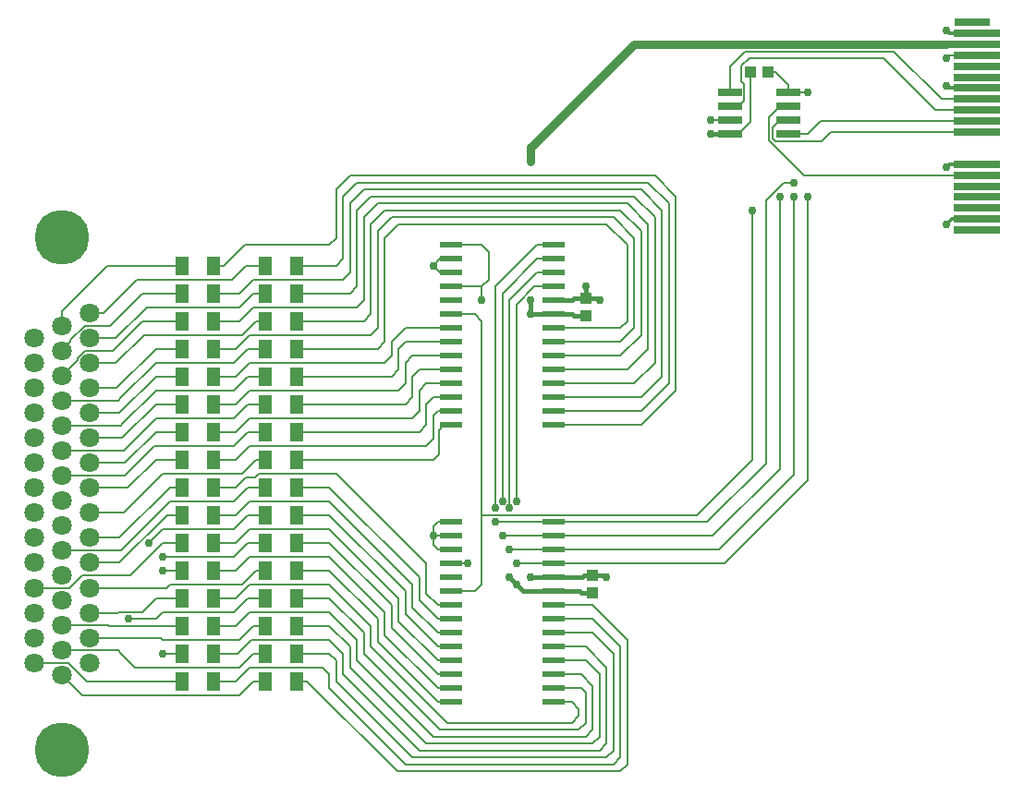
<source format=gtl>
G04 ================== begin FILE IDENTIFICATION RECORD ==================*
G04 Layout Name:  DIG_OUT_CARD.brd*
G04 Film Name:    TOP*
G04 File Format:  Gerber RS274X*
G04 File Origin:  Cadence Allegro 17.2-S057*
G04 Origin Date:  Wed Aug 07 01:21:42 2019*
G04 *
G04 Layer:  ETCH/TOP*
G04 Layer:  PIN/TOP*
G04 Layer:  VIA CLASS/TOP*
G04 *
G04 Offset:    (0.00 0.00)*
G04 Mirror:    No*
G04 Mode:      Positive*
G04 Rotation:  0*
G04 FullContactRelief:  No*
G04 UndefLineWidth:     0.00*
G04 ================== end FILE IDENTIFICATION RECORD ====================*
%FSLAX55Y55*MOIN*%
%IR0*IPPOS*OFA0.00000B0.00000*MIA0B0*SFA1.00000B1.00000*%
%ADD12C,.03*%
%ADD11C,.07087*%
%ADD17R,.16535X.02756*%
%ADD15R,.03937X.03937*%
%ADD18R,.12598X.02756*%
%ADD16R,.085X.025*%
%ADD10C,.19685*%
%ADD14R,.07874X.02362*%
%ADD13R,.04528X.07087*%
%ADD19C,.012*%
%ADD20C,.025*%
%ADD21C,.016*%
%ADD22C,.018*%
%ADD23C,.006*%
%ADD24C,.008*%
G75*
%LPD*%
G75*
G54D10*
X16072Y-227217D03*
Y-42177D03*
G54D20*
G01X346220Y27402D02*
X335000D01*
G54D11*
X6072Y-186784D03*
Y-195799D03*
Y-159736D03*
Y-168752D03*
Y-177768D03*
Y-132689D03*
Y-141705D03*
Y-150721D03*
Y-96626D03*
Y-105642D03*
Y-114658D03*
Y-123673D03*
Y-78595D03*
Y-87610D03*
X16072Y-191311D03*
Y-200327D03*
X26072Y-186784D03*
Y-195799D03*
X16072Y-164264D03*
Y-173280D03*
Y-182295D03*
X26072Y-159736D03*
Y-168752D03*
Y-177768D03*
X16072Y-128201D03*
Y-137217D03*
Y-146232D03*
Y-155248D03*
X26072Y-132689D03*
Y-141705D03*
Y-150721D03*
X16072Y-101154D03*
Y-110169D03*
Y-119185D03*
X26072Y-96626D03*
Y-105642D03*
Y-114658D03*
Y-123673D03*
X16072Y-74106D03*
Y-83122D03*
Y-92138D03*
X26072Y-69579D03*
Y-78595D03*
Y-87610D03*
G54D21*
G01X250000Y-5000D02*
X256900D01*
G54D12*
G01X185000Y-10000D02*
Y-15000D01*
G01X335000Y27402D02*
X222402D01*
X185000Y-10000D01*
X40000Y-180000D03*
X52500Y-192500D03*
Y-162500D03*
X47500Y-152500D03*
X52500Y-157500D03*
X150000Y-150000D03*
Y-52500D03*
X162500Y-160000D03*
X180000Y-167500D03*
X177500Y-165000D03*
X185000D03*
X180000Y-160000D03*
X175000Y-137500D03*
Y-150000D03*
X172500Y-140000D03*
Y-145000D03*
X177500Y-140000D03*
Y-155000D03*
X180000Y-137500D03*
X185000Y-70000D03*
X167500Y-65000D03*
X185000D03*
Y-15000D03*
Y-10000D03*
X212500Y-165000D03*
X205000Y-60000D03*
X210000Y-65000D03*
X250000Y0D03*
Y-5000D03*
X275000Y-27500D03*
X280000Y-22500D03*
Y-27500D03*
X265000Y-32500D03*
X285000Y-27500D03*
Y10000D03*
X335000Y-37500D03*
Y-17000D03*
Y12500D03*
Y27402D03*
Y32500D03*
Y22500D03*
G54D22*
G01X180000Y-167500D02*
X177500Y-165000D01*
G01X193504Y-170000D02*
X182500D01*
X180000Y-167500D01*
G01X185000Y-165000D02*
X193504D01*
G01Y-70000D02*
X185000D01*
G01D02*
Y-65000D01*
G01X207500Y-170650D02*
X203531D01*
X202881Y-170000D01*
X193504D01*
G01X207500Y-164350D02*
X204231D01*
X203581Y-165000D01*
X193504D01*
G01X212500D02*
X211850Y-164350D01*
X207500D01*
G01X205000Y-70650D02*
X200651D01*
X200001Y-70000D01*
X193504D01*
G01X205000Y-64350D02*
Y-60000D01*
G01Y-64350D02*
X200651D01*
X200001Y-65000D01*
X197500D01*
G01X210000D02*
X209350Y-64350D01*
X205000D01*
G54D13*
X70709Y-202500D03*
X59291D03*
X70709Y-192500D03*
X59291D03*
Y-182500D03*
X70709D03*
X59291Y-172500D03*
X70709D03*
X59291Y-162500D03*
X70709D03*
X59291Y-132500D03*
X70709D03*
X59291Y-142500D03*
X70709D03*
Y-152500D03*
X59291D03*
Y-122500D03*
X70709D03*
X59291Y-102500D03*
X70709D03*
X59291Y-112500D03*
X70709D03*
X59291Y-82500D03*
X70709D03*
X59291Y-92500D03*
X70709D03*
Y-72500D03*
X59291D03*
X70709Y-62500D03*
X59291D03*
X70709Y-52500D03*
X59291D03*
X89291Y-202500D03*
X100709D03*
X89291Y-192500D03*
X100709D03*
X89291Y-182500D03*
X100709D03*
X89291Y-162500D03*
X100709D03*
Y-172500D03*
X89291D03*
Y-152500D03*
X100709D03*
X89291Y-132500D03*
X100709D03*
Y-142500D03*
X89291D03*
Y-122500D03*
X100709D03*
Y-112500D03*
X89291D03*
X100709Y-102500D03*
X89291D03*
Y-72500D03*
X100709D03*
Y-82500D03*
X89291D03*
X100709Y-92500D03*
X89291D03*
Y-62500D03*
X100709D03*
X89291Y-52500D03*
X100709D03*
G54D23*
G01X21699Y-199200D02*
X18298Y-195799D01*
X6072D01*
G01X34244Y-164244D02*
X23257D01*
X18729Y-168772D01*
X15436D01*
X15416Y-168752D01*
X6072D01*
G01X37500Y-192500D02*
X36292Y-191292D01*
X25435D01*
X25416Y-191311D01*
X16072D01*
G01Y-182295D02*
X32868D01*
X33073Y-182500D01*
X35000D01*
G01X34752Y-155248D02*
X16072D01*
G01Y-101154D02*
X36346D01*
X37500Y-100000D01*
G01X35834Y-119166D02*
X25435D01*
X25416Y-119185D01*
X16072D01*
G01X36819Y-128181D02*
X25436D01*
X25416Y-128201D01*
X16072D01*
G01Y-110169D02*
X37331D01*
X37500Y-110000D01*
G01X16072Y-83122D02*
X19144Y-80050D01*
Y-79238D01*
X24231Y-74151D01*
X24680D01*
X24744Y-74087D01*
X33413D01*
X35000Y-72500D01*
G01X33600Y-83102D02*
X24398D01*
X24334Y-83166D01*
X24231D01*
X21628Y-85769D01*
Y-86582D01*
X16072Y-92138D01*
G54D14*
X156496Y-210000D03*
Y-205000D03*
Y-200000D03*
Y-195000D03*
Y-190000D03*
Y-185000D03*
Y-180000D03*
Y-175000D03*
Y-170000D03*
Y-165000D03*
Y-160000D03*
Y-155000D03*
Y-150000D03*
Y-145000D03*
Y-110000D03*
Y-105000D03*
Y-100000D03*
Y-95000D03*
Y-90000D03*
Y-85000D03*
Y-80000D03*
Y-75000D03*
Y-70000D03*
Y-65000D03*
Y-60000D03*
Y-55000D03*
Y-50000D03*
Y-45000D03*
X193504Y-190000D03*
Y-195000D03*
Y-200000D03*
Y-205000D03*
Y-210000D03*
Y-160000D03*
Y-165000D03*
Y-170000D03*
Y-175000D03*
Y-180000D03*
Y-185000D03*
Y-145000D03*
Y-150000D03*
Y-155000D03*
Y-100000D03*
Y-105000D03*
Y-110000D03*
Y-70000D03*
Y-75000D03*
Y-80000D03*
Y-85000D03*
Y-90000D03*
Y-95000D03*
Y-45000D03*
Y-50000D03*
Y-55000D03*
Y-60000D03*
Y-65000D03*
G54D24*
G01X59291Y-202500D02*
X24999D01*
X21699Y-199200D01*
G01X59291Y-152500D02*
X52500D01*
X40756Y-164244D01*
X34244D01*
G01X16072Y-200327D02*
X23245Y-207500D01*
X79999D01*
X84999Y-202500D01*
X89291D01*
G01Y-192500D02*
X85000D01*
X80000Y-197500D01*
X42500D01*
X37500Y-192500D01*
G01X40000Y-180000D02*
X49999D01*
X52499Y-177500D01*
X77932D01*
X82932Y-172500D01*
X89291D01*
G01X26072Y-186784D02*
X51784D01*
X52500Y-187500D01*
X80000D01*
X85000Y-182500D01*
X89291D01*
G01X59291Y-172500D02*
X49999D01*
X44999Y-177500D01*
X36464D01*
X36196Y-177768D01*
X26072D01*
G01Y-168752D02*
X53748D01*
X55000Y-167500D01*
X81127D01*
X86127Y-162500D01*
X89291D01*
G01X35000Y-182500D02*
X59291D01*
G01X26072Y-159736D02*
X36728D01*
X53964Y-142500D01*
X59291D01*
G01Y-132500D02*
X55000D01*
X36779Y-150721D01*
X26072D01*
G01X59291Y-122500D02*
X50000D01*
X39811Y-132689D01*
X26072D01*
G01X89291Y-132500D02*
X82932D01*
X77932Y-137500D01*
X55000D01*
X37252Y-155248D01*
X34752D01*
G01X89291Y-122500D02*
X86127D01*
X81127Y-127500D01*
X52500D01*
X38295Y-141705D01*
X26072D01*
G01X37500Y-100000D02*
X50000Y-87500D01*
X77932D01*
X82932Y-82500D01*
X89291D01*
G01Y-102500D02*
X82932D01*
X77932Y-107500D01*
X50000D01*
X38334Y-119166D01*
X35834D01*
G01X89291Y-112500D02*
X82932D01*
X77932Y-117500D01*
X49480D01*
X38799Y-128181D01*
X36819D01*
G01X37500Y-110000D02*
X50000Y-97500D01*
X77932D01*
X82932Y-92500D01*
X89291D01*
G01X59291Y-102500D02*
X50000D01*
X37842Y-114658D01*
X26072D01*
G01X59291Y-92500D02*
X50000D01*
X36858Y-105642D01*
X26072D01*
G01X59291Y-112500D02*
X50000D01*
X38827Y-123673D01*
X26072D01*
G01X35000Y-72500D02*
X45000Y-62500D01*
X59291D01*
G01Y-72500D02*
X45000D01*
X34398Y-83102D01*
X33600D01*
G01X59291Y-52500D02*
X32500D01*
X16072Y-68928D01*
Y-74106D01*
G01X59291Y-82500D02*
X50000D01*
X35874Y-96626D01*
X26072D01*
G01X89291Y-62500D02*
X84999D01*
X79999Y-67500D01*
X46611D01*
X35516Y-78595D01*
X26072D01*
G01X89291Y-52500D02*
X82499D01*
X77499Y-57500D01*
X43151D01*
X31072Y-69579D01*
X26072D01*
G01X89291Y-72500D02*
X86127D01*
X81127Y-77500D01*
X45626D01*
X35516Y-87610D01*
X26072D01*
G01X59291Y-192500D02*
X52500D01*
G01X59291Y-162500D02*
X52500D01*
G01X47500Y-152500D02*
X52500Y-147500D01*
X77932D01*
X82932Y-142500D01*
X89291D01*
G01Y-152500D02*
X82932D01*
X77932Y-157500D01*
X52500D01*
G01X193504Y-190000D02*
X205000D01*
X212500Y-197500D01*
Y-225000D01*
X210000Y-227500D01*
X145000D01*
X117500Y-200000D01*
Y-192500D01*
X112500Y-187500D01*
X84480D01*
X79480Y-192500D01*
X70709D01*
G01X193504Y-180000D02*
X207500D01*
X217500Y-190000D01*
Y-230000D01*
X215000Y-232500D01*
X140000D01*
X112500Y-205000D01*
Y-200000D01*
X110000Y-197500D01*
X83873D01*
X78873Y-202500D01*
X70709D01*
G01Y-162500D02*
X78873D01*
X83873Y-157500D01*
X112500D01*
X132500Y-177500D01*
Y-185841D01*
X151659Y-205000D01*
X156496D01*
G01X70709Y-172500D02*
X78873D01*
X83873Y-167500D01*
X112500D01*
X127500Y-182500D01*
Y-190000D01*
X155000Y-217500D01*
X200000D01*
X202500Y-215000D01*
Y-212500D01*
X200000Y-210000D01*
X193504D01*
G01Y-200000D02*
X203341D01*
X207500Y-204159D01*
Y-220000D01*
X205000Y-222500D01*
X150000D01*
X122500Y-195000D01*
Y-187500D01*
X112500Y-177500D01*
X83873D01*
X78873Y-182500D01*
X70709D01*
G01Y-132500D02*
X78873D01*
X82473Y-128900D01*
X85579D01*
X86979Y-127500D01*
X115000D01*
X147500Y-160000D01*
Y-170841D01*
X151659Y-175000D01*
X156496D01*
G01X70709Y-142500D02*
X78873D01*
X83873Y-137500D01*
X112500D01*
X142500Y-167500D01*
Y-175841D01*
X151659Y-185000D01*
X156496D01*
G01X70709Y-152500D02*
X78873D01*
X83873Y-147500D01*
X112500D01*
X137500Y-172500D01*
Y-180841D01*
X151659Y-195000D01*
X156496D01*
G01Y-85000D02*
X142500D01*
X140000Y-87500D01*
Y-95000D01*
X137500Y-97500D01*
X83873D01*
X78873Y-102500D01*
X70709D01*
G01X156496Y-95000D02*
X147500D01*
X145000Y-97500D01*
Y-105000D01*
X142500Y-107500D01*
X83873D01*
X78873Y-112500D01*
X70709D01*
G01X156496Y-105000D02*
X151659D01*
X150000Y-106659D01*
Y-115000D01*
X147500Y-117500D01*
X83873D01*
X78873Y-122500D01*
X70709D01*
G01Y-92500D02*
X78873D01*
X83873Y-87500D01*
X132500D01*
X135000Y-85000D01*
Y-80000D01*
X140000Y-75000D01*
X156496D01*
G01X70709Y-72500D02*
X79999D01*
X84999Y-67500D01*
X122500D01*
X125000Y-65000D01*
Y-35000D01*
X130000Y-30000D01*
X220000D01*
X227500Y-37500D01*
Y-82500D01*
X220000Y-90000D01*
X193504D01*
G01Y-80000D02*
X217500D01*
X222500Y-75000D01*
Y-42500D01*
X215000Y-35000D01*
X135000D01*
X130000Y-40000D01*
Y-75000D01*
X127500Y-77500D01*
X83873D01*
X78873Y-82500D01*
X70709D01*
G01Y-52500D02*
X74429D01*
X81929Y-45000D01*
X112500D01*
X115000Y-42500D01*
Y-25000D01*
X120000Y-20000D01*
X230000D01*
X237500Y-27500D01*
Y-97500D01*
X225000Y-110000D01*
X193504D01*
G01X70709Y-62500D02*
X79999D01*
X84999Y-57500D01*
X117500D01*
X120000Y-55000D01*
Y-30000D01*
X125000Y-25000D01*
X225000D01*
X232500Y-32500D01*
Y-92500D01*
X225000Y-100000D01*
X193504D01*
G01Y-175000D02*
X207500D01*
X220000Y-187500D01*
Y-232500D01*
X217500Y-235000D01*
X136929D01*
X104429Y-202500D01*
X100709D01*
G01X193504Y-205000D02*
X203341D01*
X205000Y-206659D01*
Y-217500D01*
X202500Y-220000D01*
X152500D01*
X125000Y-192500D01*
Y-185000D01*
X112500Y-172500D01*
X100709D01*
G01X193504Y-195000D02*
X205000D01*
X210000Y-200000D01*
Y-222500D01*
X207500Y-225000D01*
X147500D01*
X120000Y-197500D01*
Y-190000D01*
X112500Y-182500D01*
X100709D01*
G01X193504Y-185000D02*
X207500D01*
X215000Y-192500D01*
Y-227500D01*
X212500Y-230000D01*
X142500D01*
X115000Y-202500D01*
Y-195000D01*
X112500Y-192500D01*
X100709D01*
G01Y-142500D02*
X112500D01*
X140000Y-170000D01*
Y-178341D01*
X151659Y-190000D01*
X156496D01*
G01X100709Y-152500D02*
X112500D01*
X135000Y-175000D01*
Y-183341D01*
X151659Y-200000D01*
X156496D01*
G01X100709Y-162500D02*
X112500D01*
X130000Y-180000D01*
Y-188341D01*
X151659Y-210000D01*
X156496D01*
G01X100709Y-132500D02*
X112500D01*
X145000Y-165000D01*
Y-173341D01*
X151659Y-180000D01*
X156496D01*
G01Y-90000D02*
X145000D01*
X142500Y-92500D01*
Y-100000D01*
X140000Y-102500D01*
X100709D01*
G01X156496Y-100000D02*
X149999D01*
X147500Y-102499D01*
Y-110000D01*
X145000Y-112500D01*
X100709D01*
G01X156496Y-110000D02*
X153740D01*
X151922Y-111818D01*
Y-120578D01*
X150000Y-122500D01*
X100709D01*
G01Y-92500D02*
X135000D01*
X137500Y-90000D01*
Y-82500D01*
X140000Y-80000D01*
X156496D01*
G01X100709Y-72500D02*
X125000D01*
X127500Y-70000D01*
Y-37500D01*
X132500Y-32500D01*
X217500D01*
X225000Y-40000D01*
Y-77500D01*
X217500Y-85000D01*
X193504D01*
G01X100709Y-82500D02*
X130000D01*
X132500Y-80000D01*
Y-42500D01*
X137500Y-37500D01*
X212500D01*
X220000Y-45000D01*
Y-72500D01*
X217500Y-75000D01*
X193504D01*
G01X100709Y-52500D02*
X115000D01*
X117500Y-50000D01*
Y-27500D01*
X122500Y-22500D01*
X227500D01*
X235000Y-30000D01*
Y-95000D01*
X225000Y-105000D01*
X193504D01*
G01X100709Y-62500D02*
X120000D01*
X122500Y-60000D01*
Y-32500D01*
X127500Y-27500D01*
X222500D01*
X230000Y-35000D01*
Y-87500D01*
X222500Y-95000D01*
X193504D01*
G01X162500Y-160000D02*
X156496D01*
G01X167500Y-142500D02*
Y-167500D01*
X165000Y-170000D01*
X156496D01*
G01X150000Y-150000D02*
Y-146659D01*
X151659Y-145000D01*
X156496D01*
G01X150000Y-150000D02*
Y-153341D01*
X151659Y-155000D01*
X156496D01*
G01Y-150000D02*
X150000D01*
G01X156496Y-70000D02*
X165000D01*
X167500Y-72500D01*
Y-142500D01*
G01X156496Y-60000D02*
X167500D01*
G01D02*
X170000Y-57500D01*
Y-47500D01*
X167500Y-45000D01*
X156496D01*
G01X150000Y-52500D02*
X152500Y-50000D01*
X156496D01*
G01X150000Y-52500D02*
X152500Y-55000D01*
X156496D01*
G01X180000Y-160000D02*
X193504D01*
G01X175000Y-150000D02*
X193504D01*
G01X175000Y-137500D02*
Y-62500D01*
X187500Y-50000D01*
X193504D01*
G01X172500Y-145000D02*
X193504D01*
G01X172500Y-140000D02*
Y-60000D01*
X187500Y-45000D01*
X193504D01*
G01X177500Y-155000D02*
X193504D01*
G01X177500Y-140000D02*
Y-64999D01*
X187499Y-55000D01*
X193504D01*
G01Y-60000D02*
X186464D01*
X180000Y-66464D01*
Y-137500D01*
G01X265000Y-32500D02*
Y-122500D01*
X245000Y-142500D01*
X167500D01*
G01Y-65000D02*
Y-60000D01*
G01X285000Y-27500D02*
Y-130000D01*
X255000Y-160000D01*
X193504D01*
G01X275000Y-27500D02*
Y-125856D01*
X250856Y-150000D01*
X193504D01*
G01X280000Y-22500D02*
X276464D01*
X270000Y-28964D01*
Y-123784D01*
X248784Y-145000D01*
X193504D01*
G01X280000Y-27500D02*
Y-127928D01*
X252928Y-155000D01*
X193504D01*
G01X197500Y-65000D02*
X193504D01*
G01X256900Y0D02*
X250000D01*
G01X346220Y-19843D02*
X283663D01*
X271100Y-7280D01*
Y1000D01*
X275100Y5000D01*
X278100D01*
G01X270650Y17500D02*
X273519D01*
X278100Y12919D01*
Y10000D01*
G01D02*
X285000D01*
G01X264350Y17500D02*
Y-550D01*
X259900Y-5000D01*
X256900D01*
G01X346220Y-157D02*
X289843D01*
X285000Y-5000D01*
X278100D01*
G01X346220Y-4094D02*
X293406D01*
X290000Y-7500D01*
X273300D01*
X272500Y-6700D01*
Y-2600D01*
X275100Y0D01*
X278100D01*
G01X256900Y5000D02*
X259900D01*
X262150Y7250D01*
Y13008D01*
X261200Y13958D01*
Y19702D01*
X263998Y22500D01*
X312500D01*
X331220Y3780D01*
X346220D01*
G01X256900Y10000D02*
Y19302D01*
X262500Y24902D01*
X316223D01*
X333408Y7717D01*
X346220D01*
G01Y23465D02*
X335965D01*
X335000Y22500D01*
G54D15*
X207500Y-164350D03*
Y-170650D03*
X205000Y-70650D03*
Y-64350D03*
X270650Y17500D03*
X264350D03*
G54D16*
X256900Y-5000D03*
Y0D03*
Y5000D03*
Y10000D03*
X278100D03*
Y5000D03*
Y0D03*
Y-5000D03*
G54D17*
X346220Y-39528D03*
Y-35591D03*
Y-31654D03*
Y-27717D03*
Y-23780D03*
Y-19843D03*
Y-15906D03*
Y-4094D03*
Y-157D03*
Y3780D03*
Y7717D03*
Y11654D03*
Y15591D03*
Y19528D03*
Y23465D03*
Y27402D03*
Y31339D03*
G54D18*
X344252Y35276D03*
G54D19*
G01X335000Y-37500D02*
X336909Y-35591D01*
X346220D01*
G01X335000Y-17000D02*
X336094Y-15906D01*
X346220D01*
G01X335000Y12500D02*
X335846Y11654D01*
X346220D01*
G01Y31339D02*
X336161D01*
X335000Y32500D01*
M02*

</source>
